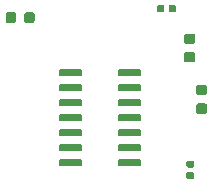
<source format=gbr>
G04 #@! TF.GenerationSoftware,KiCad,Pcbnew,5.1.5+dfsg1-2build2*
G04 #@! TF.CreationDate,2022-10-07T11:57:08+02:00*
G04 #@! TF.ProjectId,CMS_AmpliGBP,434d535f-416d-4706-9c69-4742502e6b69,rev?*
G04 #@! TF.SameCoordinates,Original*
G04 #@! TF.FileFunction,Paste,Top*
G04 #@! TF.FilePolarity,Positive*
%FSLAX46Y46*%
G04 Gerber Fmt 4.6, Leading zero omitted, Abs format (unit mm)*
G04 Created by KiCad (PCBNEW 5.1.5+dfsg1-2build2) date 2022-10-07 11:57:08*
%MOMM*%
%LPD*%
G04 APERTURE LIST*
%ADD10C,0.100000*%
G04 APERTURE END LIST*
D10*
G36*
X139355791Y-102345253D02*
G01*
X139377026Y-102348403D01*
X139397850Y-102353619D01*
X139418062Y-102360851D01*
X139437468Y-102370030D01*
X139455881Y-102381066D01*
X139473124Y-102393854D01*
X139489030Y-102408270D01*
X139503446Y-102424176D01*
X139516234Y-102441419D01*
X139527270Y-102459832D01*
X139536449Y-102479238D01*
X139543681Y-102499450D01*
X139548897Y-102520274D01*
X139552047Y-102541509D01*
X139553100Y-102562950D01*
X139553100Y-103075450D01*
X139552047Y-103096891D01*
X139548897Y-103118126D01*
X139543681Y-103138950D01*
X139536449Y-103159162D01*
X139527270Y-103178568D01*
X139516234Y-103196981D01*
X139503446Y-103214224D01*
X139489030Y-103230130D01*
X139473124Y-103244546D01*
X139455881Y-103257334D01*
X139437468Y-103268370D01*
X139418062Y-103277549D01*
X139397850Y-103284781D01*
X139377026Y-103289997D01*
X139355791Y-103293147D01*
X139334350Y-103294200D01*
X138896850Y-103294200D01*
X138875409Y-103293147D01*
X138854174Y-103289997D01*
X138833350Y-103284781D01*
X138813138Y-103277549D01*
X138793732Y-103268370D01*
X138775319Y-103257334D01*
X138758076Y-103244546D01*
X138742170Y-103230130D01*
X138727754Y-103214224D01*
X138714966Y-103196981D01*
X138703930Y-103178568D01*
X138694751Y-103159162D01*
X138687519Y-103138950D01*
X138682303Y-103118126D01*
X138679153Y-103096891D01*
X138678100Y-103075450D01*
X138678100Y-102562950D01*
X138679153Y-102541509D01*
X138682303Y-102520274D01*
X138687519Y-102499450D01*
X138694751Y-102479238D01*
X138703930Y-102459832D01*
X138714966Y-102441419D01*
X138727754Y-102424176D01*
X138742170Y-102408270D01*
X138758076Y-102393854D01*
X138775319Y-102381066D01*
X138793732Y-102370030D01*
X138813138Y-102360851D01*
X138833350Y-102353619D01*
X138854174Y-102348403D01*
X138875409Y-102345253D01*
X138896850Y-102344200D01*
X139334350Y-102344200D01*
X139355791Y-102345253D01*
G37*
G36*
X140930791Y-102345253D02*
G01*
X140952026Y-102348403D01*
X140972850Y-102353619D01*
X140993062Y-102360851D01*
X141012468Y-102370030D01*
X141030881Y-102381066D01*
X141048124Y-102393854D01*
X141064030Y-102408270D01*
X141078446Y-102424176D01*
X141091234Y-102441419D01*
X141102270Y-102459832D01*
X141111449Y-102479238D01*
X141118681Y-102499450D01*
X141123897Y-102520274D01*
X141127047Y-102541509D01*
X141128100Y-102562950D01*
X141128100Y-103075450D01*
X141127047Y-103096891D01*
X141123897Y-103118126D01*
X141118681Y-103138950D01*
X141111449Y-103159162D01*
X141102270Y-103178568D01*
X141091234Y-103196981D01*
X141078446Y-103214224D01*
X141064030Y-103230130D01*
X141048124Y-103244546D01*
X141030881Y-103257334D01*
X141012468Y-103268370D01*
X140993062Y-103277549D01*
X140972850Y-103284781D01*
X140952026Y-103289997D01*
X140930791Y-103293147D01*
X140909350Y-103294200D01*
X140471850Y-103294200D01*
X140450409Y-103293147D01*
X140429174Y-103289997D01*
X140408350Y-103284781D01*
X140388138Y-103277549D01*
X140368732Y-103268370D01*
X140350319Y-103257334D01*
X140333076Y-103244546D01*
X140317170Y-103230130D01*
X140302754Y-103214224D01*
X140289966Y-103196981D01*
X140278930Y-103178568D01*
X140269751Y-103159162D01*
X140262519Y-103138950D01*
X140257303Y-103118126D01*
X140254153Y-103096891D01*
X140253100Y-103075450D01*
X140253100Y-102562950D01*
X140254153Y-102541509D01*
X140257303Y-102520274D01*
X140262519Y-102499450D01*
X140269751Y-102479238D01*
X140278930Y-102459832D01*
X140289966Y-102441419D01*
X140302754Y-102424176D01*
X140317170Y-102408270D01*
X140333076Y-102393854D01*
X140350319Y-102381066D01*
X140368732Y-102370030D01*
X140388138Y-102360851D01*
X140408350Y-102353619D01*
X140429174Y-102348403D01*
X140450409Y-102345253D01*
X140471850Y-102344200D01*
X140909350Y-102344200D01*
X140930791Y-102345253D01*
G37*
G36*
X155547891Y-108503953D02*
G01*
X155569126Y-108507103D01*
X155589950Y-108512319D01*
X155610162Y-108519551D01*
X155629568Y-108528730D01*
X155647981Y-108539766D01*
X155665224Y-108552554D01*
X155681130Y-108566970D01*
X155695546Y-108582876D01*
X155708334Y-108600119D01*
X155719370Y-108618532D01*
X155728549Y-108637938D01*
X155735781Y-108658150D01*
X155740997Y-108678974D01*
X155744147Y-108700209D01*
X155745200Y-108721650D01*
X155745200Y-109159150D01*
X155744147Y-109180591D01*
X155740997Y-109201826D01*
X155735781Y-109222650D01*
X155728549Y-109242862D01*
X155719370Y-109262268D01*
X155708334Y-109280681D01*
X155695546Y-109297924D01*
X155681130Y-109313830D01*
X155665224Y-109328246D01*
X155647981Y-109341034D01*
X155629568Y-109352070D01*
X155610162Y-109361249D01*
X155589950Y-109368481D01*
X155569126Y-109373697D01*
X155547891Y-109376847D01*
X155526450Y-109377900D01*
X155013950Y-109377900D01*
X154992509Y-109376847D01*
X154971274Y-109373697D01*
X154950450Y-109368481D01*
X154930238Y-109361249D01*
X154910832Y-109352070D01*
X154892419Y-109341034D01*
X154875176Y-109328246D01*
X154859270Y-109313830D01*
X154844854Y-109297924D01*
X154832066Y-109280681D01*
X154821030Y-109262268D01*
X154811851Y-109242862D01*
X154804619Y-109222650D01*
X154799403Y-109201826D01*
X154796253Y-109180591D01*
X154795200Y-109159150D01*
X154795200Y-108721650D01*
X154796253Y-108700209D01*
X154799403Y-108678974D01*
X154804619Y-108658150D01*
X154811851Y-108637938D01*
X154821030Y-108618532D01*
X154832066Y-108600119D01*
X154844854Y-108582876D01*
X154859270Y-108566970D01*
X154875176Y-108552554D01*
X154892419Y-108539766D01*
X154910832Y-108528730D01*
X154930238Y-108519551D01*
X154950450Y-108512319D01*
X154971274Y-108507103D01*
X154992509Y-108503953D01*
X155013950Y-108502900D01*
X155526450Y-108502900D01*
X155547891Y-108503953D01*
G37*
G36*
X155547891Y-110078953D02*
G01*
X155569126Y-110082103D01*
X155589950Y-110087319D01*
X155610162Y-110094551D01*
X155629568Y-110103730D01*
X155647981Y-110114766D01*
X155665224Y-110127554D01*
X155681130Y-110141970D01*
X155695546Y-110157876D01*
X155708334Y-110175119D01*
X155719370Y-110193532D01*
X155728549Y-110212938D01*
X155735781Y-110233150D01*
X155740997Y-110253974D01*
X155744147Y-110275209D01*
X155745200Y-110296650D01*
X155745200Y-110734150D01*
X155744147Y-110755591D01*
X155740997Y-110776826D01*
X155735781Y-110797650D01*
X155728549Y-110817862D01*
X155719370Y-110837268D01*
X155708334Y-110855681D01*
X155695546Y-110872924D01*
X155681130Y-110888830D01*
X155665224Y-110903246D01*
X155647981Y-110916034D01*
X155629568Y-110927070D01*
X155610162Y-110936249D01*
X155589950Y-110943481D01*
X155569126Y-110948697D01*
X155547891Y-110951847D01*
X155526450Y-110952900D01*
X155013950Y-110952900D01*
X154992509Y-110951847D01*
X154971274Y-110948697D01*
X154950450Y-110943481D01*
X154930238Y-110936249D01*
X154910832Y-110927070D01*
X154892419Y-110916034D01*
X154875176Y-110903246D01*
X154859270Y-110888830D01*
X154844854Y-110872924D01*
X154832066Y-110855681D01*
X154821030Y-110837268D01*
X154811851Y-110817862D01*
X154804619Y-110797650D01*
X154799403Y-110776826D01*
X154796253Y-110755591D01*
X154795200Y-110734150D01*
X154795200Y-110296650D01*
X154796253Y-110275209D01*
X154799403Y-110253974D01*
X154804619Y-110233150D01*
X154811851Y-110212938D01*
X154821030Y-110193532D01*
X154832066Y-110175119D01*
X154844854Y-110157876D01*
X154859270Y-110141970D01*
X154875176Y-110127554D01*
X154892419Y-110114766D01*
X154910832Y-110103730D01*
X154930238Y-110094551D01*
X154950450Y-110087319D01*
X154971274Y-110082103D01*
X154992509Y-110078953D01*
X155013950Y-110077900D01*
X155526450Y-110077900D01*
X155547891Y-110078953D01*
G37*
G36*
X154491958Y-115890110D02*
G01*
X154506276Y-115892234D01*
X154520317Y-115895751D01*
X154533946Y-115900628D01*
X154547031Y-115906817D01*
X154559447Y-115914258D01*
X154571073Y-115922881D01*
X154581798Y-115932602D01*
X154591519Y-115943327D01*
X154600142Y-115954953D01*
X154607583Y-115967369D01*
X154613772Y-115980454D01*
X154618649Y-115994083D01*
X154622166Y-116008124D01*
X154624290Y-116022442D01*
X154625000Y-116036900D01*
X154625000Y-116331900D01*
X154624290Y-116346358D01*
X154622166Y-116360676D01*
X154618649Y-116374717D01*
X154613772Y-116388346D01*
X154607583Y-116401431D01*
X154600142Y-116413847D01*
X154591519Y-116425473D01*
X154581798Y-116436198D01*
X154571073Y-116445919D01*
X154559447Y-116454542D01*
X154547031Y-116461983D01*
X154533946Y-116468172D01*
X154520317Y-116473049D01*
X154506276Y-116476566D01*
X154491958Y-116478690D01*
X154477500Y-116479400D01*
X154132500Y-116479400D01*
X154118042Y-116478690D01*
X154103724Y-116476566D01*
X154089683Y-116473049D01*
X154076054Y-116468172D01*
X154062969Y-116461983D01*
X154050553Y-116454542D01*
X154038927Y-116445919D01*
X154028202Y-116436198D01*
X154018481Y-116425473D01*
X154009858Y-116413847D01*
X154002417Y-116401431D01*
X153996228Y-116388346D01*
X153991351Y-116374717D01*
X153987834Y-116360676D01*
X153985710Y-116346358D01*
X153985000Y-116331900D01*
X153985000Y-116036900D01*
X153985710Y-116022442D01*
X153987834Y-116008124D01*
X153991351Y-115994083D01*
X153996228Y-115980454D01*
X154002417Y-115967369D01*
X154009858Y-115954953D01*
X154018481Y-115943327D01*
X154028202Y-115932602D01*
X154038927Y-115922881D01*
X154050553Y-115914258D01*
X154062969Y-115906817D01*
X154076054Y-115900628D01*
X154089683Y-115895751D01*
X154103724Y-115892234D01*
X154118042Y-115890110D01*
X154132500Y-115889400D01*
X154477500Y-115889400D01*
X154491958Y-115890110D01*
G37*
G36*
X154491958Y-114920110D02*
G01*
X154506276Y-114922234D01*
X154520317Y-114925751D01*
X154533946Y-114930628D01*
X154547031Y-114936817D01*
X154559447Y-114944258D01*
X154571073Y-114952881D01*
X154581798Y-114962602D01*
X154591519Y-114973327D01*
X154600142Y-114984953D01*
X154607583Y-114997369D01*
X154613772Y-115010454D01*
X154618649Y-115024083D01*
X154622166Y-115038124D01*
X154624290Y-115052442D01*
X154625000Y-115066900D01*
X154625000Y-115361900D01*
X154624290Y-115376358D01*
X154622166Y-115390676D01*
X154618649Y-115404717D01*
X154613772Y-115418346D01*
X154607583Y-115431431D01*
X154600142Y-115443847D01*
X154591519Y-115455473D01*
X154581798Y-115466198D01*
X154571073Y-115475919D01*
X154559447Y-115484542D01*
X154547031Y-115491983D01*
X154533946Y-115498172D01*
X154520317Y-115503049D01*
X154506276Y-115506566D01*
X154491958Y-115508690D01*
X154477500Y-115509400D01*
X154132500Y-115509400D01*
X154118042Y-115508690D01*
X154103724Y-115506566D01*
X154089683Y-115503049D01*
X154076054Y-115498172D01*
X154062969Y-115491983D01*
X154050553Y-115484542D01*
X154038927Y-115475919D01*
X154028202Y-115466198D01*
X154018481Y-115455473D01*
X154009858Y-115443847D01*
X154002417Y-115431431D01*
X153996228Y-115418346D01*
X153991351Y-115404717D01*
X153987834Y-115390676D01*
X153985710Y-115376358D01*
X153985000Y-115361900D01*
X153985000Y-115066900D01*
X153985710Y-115052442D01*
X153987834Y-115038124D01*
X153991351Y-115024083D01*
X153996228Y-115010454D01*
X154002417Y-114997369D01*
X154009858Y-114984953D01*
X154018481Y-114973327D01*
X154028202Y-114962602D01*
X154038927Y-114952881D01*
X154050553Y-114944258D01*
X154062969Y-114936817D01*
X154076054Y-114930628D01*
X154089683Y-114925751D01*
X154103724Y-114922234D01*
X154118042Y-114920110D01*
X154132500Y-114919400D01*
X154477500Y-114919400D01*
X154491958Y-114920110D01*
G37*
G36*
X154531891Y-104160553D02*
G01*
X154553126Y-104163703D01*
X154573950Y-104168919D01*
X154594162Y-104176151D01*
X154613568Y-104185330D01*
X154631981Y-104196366D01*
X154649224Y-104209154D01*
X154665130Y-104223570D01*
X154679546Y-104239476D01*
X154692334Y-104256719D01*
X154703370Y-104275132D01*
X154712549Y-104294538D01*
X154719781Y-104314750D01*
X154724997Y-104335574D01*
X154728147Y-104356809D01*
X154729200Y-104378250D01*
X154729200Y-104815750D01*
X154728147Y-104837191D01*
X154724997Y-104858426D01*
X154719781Y-104879250D01*
X154712549Y-104899462D01*
X154703370Y-104918868D01*
X154692334Y-104937281D01*
X154679546Y-104954524D01*
X154665130Y-104970430D01*
X154649224Y-104984846D01*
X154631981Y-104997634D01*
X154613568Y-105008670D01*
X154594162Y-105017849D01*
X154573950Y-105025081D01*
X154553126Y-105030297D01*
X154531891Y-105033447D01*
X154510450Y-105034500D01*
X153997950Y-105034500D01*
X153976509Y-105033447D01*
X153955274Y-105030297D01*
X153934450Y-105025081D01*
X153914238Y-105017849D01*
X153894832Y-105008670D01*
X153876419Y-104997634D01*
X153859176Y-104984846D01*
X153843270Y-104970430D01*
X153828854Y-104954524D01*
X153816066Y-104937281D01*
X153805030Y-104918868D01*
X153795851Y-104899462D01*
X153788619Y-104879250D01*
X153783403Y-104858426D01*
X153780253Y-104837191D01*
X153779200Y-104815750D01*
X153779200Y-104378250D01*
X153780253Y-104356809D01*
X153783403Y-104335574D01*
X153788619Y-104314750D01*
X153795851Y-104294538D01*
X153805030Y-104275132D01*
X153816066Y-104256719D01*
X153828854Y-104239476D01*
X153843270Y-104223570D01*
X153859176Y-104209154D01*
X153876419Y-104196366D01*
X153894832Y-104185330D01*
X153914238Y-104176151D01*
X153934450Y-104168919D01*
X153955274Y-104163703D01*
X153976509Y-104160553D01*
X153997950Y-104159500D01*
X154510450Y-104159500D01*
X154531891Y-104160553D01*
G37*
G36*
X154531891Y-105735553D02*
G01*
X154553126Y-105738703D01*
X154573950Y-105743919D01*
X154594162Y-105751151D01*
X154613568Y-105760330D01*
X154631981Y-105771366D01*
X154649224Y-105784154D01*
X154665130Y-105798570D01*
X154679546Y-105814476D01*
X154692334Y-105831719D01*
X154703370Y-105850132D01*
X154712549Y-105869538D01*
X154719781Y-105889750D01*
X154724997Y-105910574D01*
X154728147Y-105931809D01*
X154729200Y-105953250D01*
X154729200Y-106390750D01*
X154728147Y-106412191D01*
X154724997Y-106433426D01*
X154719781Y-106454250D01*
X154712549Y-106474462D01*
X154703370Y-106493868D01*
X154692334Y-106512281D01*
X154679546Y-106529524D01*
X154665130Y-106545430D01*
X154649224Y-106559846D01*
X154631981Y-106572634D01*
X154613568Y-106583670D01*
X154594162Y-106592849D01*
X154573950Y-106600081D01*
X154553126Y-106605297D01*
X154531891Y-106608447D01*
X154510450Y-106609500D01*
X153997950Y-106609500D01*
X153976509Y-106608447D01*
X153955274Y-106605297D01*
X153934450Y-106600081D01*
X153914238Y-106592849D01*
X153894832Y-106583670D01*
X153876419Y-106572634D01*
X153859176Y-106559846D01*
X153843270Y-106545430D01*
X153828854Y-106529524D01*
X153816066Y-106512281D01*
X153805030Y-106493868D01*
X153795851Y-106474462D01*
X153788619Y-106454250D01*
X153783403Y-106433426D01*
X153780253Y-106412191D01*
X153779200Y-106390750D01*
X153779200Y-105953250D01*
X153780253Y-105931809D01*
X153783403Y-105910574D01*
X153788619Y-105889750D01*
X153795851Y-105869538D01*
X153805030Y-105850132D01*
X153816066Y-105831719D01*
X153828854Y-105814476D01*
X153843270Y-105798570D01*
X153859176Y-105784154D01*
X153876419Y-105771366D01*
X153894832Y-105760330D01*
X153914238Y-105751151D01*
X153934450Y-105743919D01*
X153955274Y-105738703D01*
X153976509Y-105735553D01*
X153997950Y-105734500D01*
X154510450Y-105734500D01*
X154531891Y-105735553D01*
G37*
G36*
X152942958Y-101737910D02*
G01*
X152957276Y-101740034D01*
X152971317Y-101743551D01*
X152984946Y-101748428D01*
X152998031Y-101754617D01*
X153010447Y-101762058D01*
X153022073Y-101770681D01*
X153032798Y-101780402D01*
X153042519Y-101791127D01*
X153051142Y-101802753D01*
X153058583Y-101815169D01*
X153064772Y-101828254D01*
X153069649Y-101841883D01*
X153073166Y-101855924D01*
X153075290Y-101870242D01*
X153076000Y-101884700D01*
X153076000Y-102229700D01*
X153075290Y-102244158D01*
X153073166Y-102258476D01*
X153069649Y-102272517D01*
X153064772Y-102286146D01*
X153058583Y-102299231D01*
X153051142Y-102311647D01*
X153042519Y-102323273D01*
X153032798Y-102333998D01*
X153022073Y-102343719D01*
X153010447Y-102352342D01*
X152998031Y-102359783D01*
X152984946Y-102365972D01*
X152971317Y-102370849D01*
X152957276Y-102374366D01*
X152942958Y-102376490D01*
X152928500Y-102377200D01*
X152633500Y-102377200D01*
X152619042Y-102376490D01*
X152604724Y-102374366D01*
X152590683Y-102370849D01*
X152577054Y-102365972D01*
X152563969Y-102359783D01*
X152551553Y-102352342D01*
X152539927Y-102343719D01*
X152529202Y-102333998D01*
X152519481Y-102323273D01*
X152510858Y-102311647D01*
X152503417Y-102299231D01*
X152497228Y-102286146D01*
X152492351Y-102272517D01*
X152488834Y-102258476D01*
X152486710Y-102244158D01*
X152486000Y-102229700D01*
X152486000Y-101884700D01*
X152486710Y-101870242D01*
X152488834Y-101855924D01*
X152492351Y-101841883D01*
X152497228Y-101828254D01*
X152503417Y-101815169D01*
X152510858Y-101802753D01*
X152519481Y-101791127D01*
X152529202Y-101780402D01*
X152539927Y-101770681D01*
X152551553Y-101762058D01*
X152563969Y-101754617D01*
X152577054Y-101748428D01*
X152590683Y-101743551D01*
X152604724Y-101740034D01*
X152619042Y-101737910D01*
X152633500Y-101737200D01*
X152928500Y-101737200D01*
X152942958Y-101737910D01*
G37*
G36*
X151972958Y-101737910D02*
G01*
X151987276Y-101740034D01*
X152001317Y-101743551D01*
X152014946Y-101748428D01*
X152028031Y-101754617D01*
X152040447Y-101762058D01*
X152052073Y-101770681D01*
X152062798Y-101780402D01*
X152072519Y-101791127D01*
X152081142Y-101802753D01*
X152088583Y-101815169D01*
X152094772Y-101828254D01*
X152099649Y-101841883D01*
X152103166Y-101855924D01*
X152105290Y-101870242D01*
X152106000Y-101884700D01*
X152106000Y-102229700D01*
X152105290Y-102244158D01*
X152103166Y-102258476D01*
X152099649Y-102272517D01*
X152094772Y-102286146D01*
X152088583Y-102299231D01*
X152081142Y-102311647D01*
X152072519Y-102323273D01*
X152062798Y-102333998D01*
X152052073Y-102343719D01*
X152040447Y-102352342D01*
X152028031Y-102359783D01*
X152014946Y-102365972D01*
X152001317Y-102370849D01*
X151987276Y-102374366D01*
X151972958Y-102376490D01*
X151958500Y-102377200D01*
X151663500Y-102377200D01*
X151649042Y-102376490D01*
X151634724Y-102374366D01*
X151620683Y-102370849D01*
X151607054Y-102365972D01*
X151593969Y-102359783D01*
X151581553Y-102352342D01*
X151569927Y-102343719D01*
X151559202Y-102333998D01*
X151549481Y-102323273D01*
X151540858Y-102311647D01*
X151533417Y-102299231D01*
X151527228Y-102286146D01*
X151522351Y-102272517D01*
X151518834Y-102258476D01*
X151516710Y-102244158D01*
X151516000Y-102229700D01*
X151516000Y-101884700D01*
X151516710Y-101870242D01*
X151518834Y-101855924D01*
X151522351Y-101841883D01*
X151527228Y-101828254D01*
X151533417Y-101815169D01*
X151540858Y-101802753D01*
X151549481Y-101791127D01*
X151559202Y-101780402D01*
X151569927Y-101770681D01*
X151581553Y-101762058D01*
X151593969Y-101754617D01*
X151607054Y-101748428D01*
X151620683Y-101743551D01*
X151634724Y-101740034D01*
X151649042Y-101737910D01*
X151663500Y-101737200D01*
X151958500Y-101737200D01*
X151972958Y-101737910D01*
G37*
G36*
X145029704Y-107193522D02*
G01*
X145044265Y-107195682D01*
X145058544Y-107199259D01*
X145072404Y-107204218D01*
X145085711Y-107210512D01*
X145098337Y-107218080D01*
X145110160Y-107226848D01*
X145121067Y-107236734D01*
X145130953Y-107247641D01*
X145139721Y-107259464D01*
X145147289Y-107272090D01*
X145153583Y-107285397D01*
X145158542Y-107299257D01*
X145162119Y-107313536D01*
X145164279Y-107328097D01*
X145165001Y-107342800D01*
X145165001Y-107642800D01*
X145164279Y-107657503D01*
X145162119Y-107672064D01*
X145158542Y-107686343D01*
X145153583Y-107700203D01*
X145147289Y-107713510D01*
X145139721Y-107726136D01*
X145130953Y-107737959D01*
X145121067Y-107748866D01*
X145110160Y-107758752D01*
X145098337Y-107767520D01*
X145085711Y-107775088D01*
X145072404Y-107781382D01*
X145058544Y-107786341D01*
X145044265Y-107789918D01*
X145029704Y-107792078D01*
X145015001Y-107792800D01*
X143365001Y-107792800D01*
X143350298Y-107792078D01*
X143335737Y-107789918D01*
X143321458Y-107786341D01*
X143307598Y-107781382D01*
X143294291Y-107775088D01*
X143281665Y-107767520D01*
X143269842Y-107758752D01*
X143258935Y-107748866D01*
X143249049Y-107737959D01*
X143240281Y-107726136D01*
X143232713Y-107713510D01*
X143226419Y-107700203D01*
X143221460Y-107686343D01*
X143217883Y-107672064D01*
X143215723Y-107657503D01*
X143215001Y-107642800D01*
X143215001Y-107342800D01*
X143215723Y-107328097D01*
X143217883Y-107313536D01*
X143221460Y-107299257D01*
X143226419Y-107285397D01*
X143232713Y-107272090D01*
X143240281Y-107259464D01*
X143249049Y-107247641D01*
X143258935Y-107236734D01*
X143269842Y-107226848D01*
X143281665Y-107218080D01*
X143294291Y-107210512D01*
X143307598Y-107204218D01*
X143321458Y-107199259D01*
X143335737Y-107195682D01*
X143350298Y-107193522D01*
X143365001Y-107192800D01*
X145015001Y-107192800D01*
X145029704Y-107193522D01*
G37*
G36*
X145029704Y-108463522D02*
G01*
X145044265Y-108465682D01*
X145058544Y-108469259D01*
X145072404Y-108474218D01*
X145085711Y-108480512D01*
X145098337Y-108488080D01*
X145110160Y-108496848D01*
X145121067Y-108506734D01*
X145130953Y-108517641D01*
X145139721Y-108529464D01*
X145147289Y-108542090D01*
X145153583Y-108555397D01*
X145158542Y-108569257D01*
X145162119Y-108583536D01*
X145164279Y-108598097D01*
X145165001Y-108612800D01*
X145165001Y-108912800D01*
X145164279Y-108927503D01*
X145162119Y-108942064D01*
X145158542Y-108956343D01*
X145153583Y-108970203D01*
X145147289Y-108983510D01*
X145139721Y-108996136D01*
X145130953Y-109007959D01*
X145121067Y-109018866D01*
X145110160Y-109028752D01*
X145098337Y-109037520D01*
X145085711Y-109045088D01*
X145072404Y-109051382D01*
X145058544Y-109056341D01*
X145044265Y-109059918D01*
X145029704Y-109062078D01*
X145015001Y-109062800D01*
X143365001Y-109062800D01*
X143350298Y-109062078D01*
X143335737Y-109059918D01*
X143321458Y-109056341D01*
X143307598Y-109051382D01*
X143294291Y-109045088D01*
X143281665Y-109037520D01*
X143269842Y-109028752D01*
X143258935Y-109018866D01*
X143249049Y-109007959D01*
X143240281Y-108996136D01*
X143232713Y-108983510D01*
X143226419Y-108970203D01*
X143221460Y-108956343D01*
X143217883Y-108942064D01*
X143215723Y-108927503D01*
X143215001Y-108912800D01*
X143215001Y-108612800D01*
X143215723Y-108598097D01*
X143217883Y-108583536D01*
X143221460Y-108569257D01*
X143226419Y-108555397D01*
X143232713Y-108542090D01*
X143240281Y-108529464D01*
X143249049Y-108517641D01*
X143258935Y-108506734D01*
X143269842Y-108496848D01*
X143281665Y-108488080D01*
X143294291Y-108480512D01*
X143307598Y-108474218D01*
X143321458Y-108469259D01*
X143335737Y-108465682D01*
X143350298Y-108463522D01*
X143365001Y-108462800D01*
X145015001Y-108462800D01*
X145029704Y-108463522D01*
G37*
G36*
X145029704Y-109733522D02*
G01*
X145044265Y-109735682D01*
X145058544Y-109739259D01*
X145072404Y-109744218D01*
X145085711Y-109750512D01*
X145098337Y-109758080D01*
X145110160Y-109766848D01*
X145121067Y-109776734D01*
X145130953Y-109787641D01*
X145139721Y-109799464D01*
X145147289Y-109812090D01*
X145153583Y-109825397D01*
X145158542Y-109839257D01*
X145162119Y-109853536D01*
X145164279Y-109868097D01*
X145165001Y-109882800D01*
X145165001Y-110182800D01*
X145164279Y-110197503D01*
X145162119Y-110212064D01*
X145158542Y-110226343D01*
X145153583Y-110240203D01*
X145147289Y-110253510D01*
X145139721Y-110266136D01*
X145130953Y-110277959D01*
X145121067Y-110288866D01*
X145110160Y-110298752D01*
X145098337Y-110307520D01*
X145085711Y-110315088D01*
X145072404Y-110321382D01*
X145058544Y-110326341D01*
X145044265Y-110329918D01*
X145029704Y-110332078D01*
X145015001Y-110332800D01*
X143365001Y-110332800D01*
X143350298Y-110332078D01*
X143335737Y-110329918D01*
X143321458Y-110326341D01*
X143307598Y-110321382D01*
X143294291Y-110315088D01*
X143281665Y-110307520D01*
X143269842Y-110298752D01*
X143258935Y-110288866D01*
X143249049Y-110277959D01*
X143240281Y-110266136D01*
X143232713Y-110253510D01*
X143226419Y-110240203D01*
X143221460Y-110226343D01*
X143217883Y-110212064D01*
X143215723Y-110197503D01*
X143215001Y-110182800D01*
X143215001Y-109882800D01*
X143215723Y-109868097D01*
X143217883Y-109853536D01*
X143221460Y-109839257D01*
X143226419Y-109825397D01*
X143232713Y-109812090D01*
X143240281Y-109799464D01*
X143249049Y-109787641D01*
X143258935Y-109776734D01*
X143269842Y-109766848D01*
X143281665Y-109758080D01*
X143294291Y-109750512D01*
X143307598Y-109744218D01*
X143321458Y-109739259D01*
X143335737Y-109735682D01*
X143350298Y-109733522D01*
X143365001Y-109732800D01*
X145015001Y-109732800D01*
X145029704Y-109733522D01*
G37*
G36*
X145029704Y-111003522D02*
G01*
X145044265Y-111005682D01*
X145058544Y-111009259D01*
X145072404Y-111014218D01*
X145085711Y-111020512D01*
X145098337Y-111028080D01*
X145110160Y-111036848D01*
X145121067Y-111046734D01*
X145130953Y-111057641D01*
X145139721Y-111069464D01*
X145147289Y-111082090D01*
X145153583Y-111095397D01*
X145158542Y-111109257D01*
X145162119Y-111123536D01*
X145164279Y-111138097D01*
X145165001Y-111152800D01*
X145165001Y-111452800D01*
X145164279Y-111467503D01*
X145162119Y-111482064D01*
X145158542Y-111496343D01*
X145153583Y-111510203D01*
X145147289Y-111523510D01*
X145139721Y-111536136D01*
X145130953Y-111547959D01*
X145121067Y-111558866D01*
X145110160Y-111568752D01*
X145098337Y-111577520D01*
X145085711Y-111585088D01*
X145072404Y-111591382D01*
X145058544Y-111596341D01*
X145044265Y-111599918D01*
X145029704Y-111602078D01*
X145015001Y-111602800D01*
X143365001Y-111602800D01*
X143350298Y-111602078D01*
X143335737Y-111599918D01*
X143321458Y-111596341D01*
X143307598Y-111591382D01*
X143294291Y-111585088D01*
X143281665Y-111577520D01*
X143269842Y-111568752D01*
X143258935Y-111558866D01*
X143249049Y-111547959D01*
X143240281Y-111536136D01*
X143232713Y-111523510D01*
X143226419Y-111510203D01*
X143221460Y-111496343D01*
X143217883Y-111482064D01*
X143215723Y-111467503D01*
X143215001Y-111452800D01*
X143215001Y-111152800D01*
X143215723Y-111138097D01*
X143217883Y-111123536D01*
X143221460Y-111109257D01*
X143226419Y-111095397D01*
X143232713Y-111082090D01*
X143240281Y-111069464D01*
X143249049Y-111057641D01*
X143258935Y-111046734D01*
X143269842Y-111036848D01*
X143281665Y-111028080D01*
X143294291Y-111020512D01*
X143307598Y-111014218D01*
X143321458Y-111009259D01*
X143335737Y-111005682D01*
X143350298Y-111003522D01*
X143365001Y-111002800D01*
X145015001Y-111002800D01*
X145029704Y-111003522D01*
G37*
G36*
X145029704Y-112273522D02*
G01*
X145044265Y-112275682D01*
X145058544Y-112279259D01*
X145072404Y-112284218D01*
X145085711Y-112290512D01*
X145098337Y-112298080D01*
X145110160Y-112306848D01*
X145121067Y-112316734D01*
X145130953Y-112327641D01*
X145139721Y-112339464D01*
X145147289Y-112352090D01*
X145153583Y-112365397D01*
X145158542Y-112379257D01*
X145162119Y-112393536D01*
X145164279Y-112408097D01*
X145165001Y-112422800D01*
X145165001Y-112722800D01*
X145164279Y-112737503D01*
X145162119Y-112752064D01*
X145158542Y-112766343D01*
X145153583Y-112780203D01*
X145147289Y-112793510D01*
X145139721Y-112806136D01*
X145130953Y-112817959D01*
X145121067Y-112828866D01*
X145110160Y-112838752D01*
X145098337Y-112847520D01*
X145085711Y-112855088D01*
X145072404Y-112861382D01*
X145058544Y-112866341D01*
X145044265Y-112869918D01*
X145029704Y-112872078D01*
X145015001Y-112872800D01*
X143365001Y-112872800D01*
X143350298Y-112872078D01*
X143335737Y-112869918D01*
X143321458Y-112866341D01*
X143307598Y-112861382D01*
X143294291Y-112855088D01*
X143281665Y-112847520D01*
X143269842Y-112838752D01*
X143258935Y-112828866D01*
X143249049Y-112817959D01*
X143240281Y-112806136D01*
X143232713Y-112793510D01*
X143226419Y-112780203D01*
X143221460Y-112766343D01*
X143217883Y-112752064D01*
X143215723Y-112737503D01*
X143215001Y-112722800D01*
X143215001Y-112422800D01*
X143215723Y-112408097D01*
X143217883Y-112393536D01*
X143221460Y-112379257D01*
X143226419Y-112365397D01*
X143232713Y-112352090D01*
X143240281Y-112339464D01*
X143249049Y-112327641D01*
X143258935Y-112316734D01*
X143269842Y-112306848D01*
X143281665Y-112298080D01*
X143294291Y-112290512D01*
X143307598Y-112284218D01*
X143321458Y-112279259D01*
X143335737Y-112275682D01*
X143350298Y-112273522D01*
X143365001Y-112272800D01*
X145015001Y-112272800D01*
X145029704Y-112273522D01*
G37*
G36*
X145029704Y-113543522D02*
G01*
X145044265Y-113545682D01*
X145058544Y-113549259D01*
X145072404Y-113554218D01*
X145085711Y-113560512D01*
X145098337Y-113568080D01*
X145110160Y-113576848D01*
X145121067Y-113586734D01*
X145130953Y-113597641D01*
X145139721Y-113609464D01*
X145147289Y-113622090D01*
X145153583Y-113635397D01*
X145158542Y-113649257D01*
X145162119Y-113663536D01*
X145164279Y-113678097D01*
X145165001Y-113692800D01*
X145165001Y-113992800D01*
X145164279Y-114007503D01*
X145162119Y-114022064D01*
X145158542Y-114036343D01*
X145153583Y-114050203D01*
X145147289Y-114063510D01*
X145139721Y-114076136D01*
X145130953Y-114087959D01*
X145121067Y-114098866D01*
X145110160Y-114108752D01*
X145098337Y-114117520D01*
X145085711Y-114125088D01*
X145072404Y-114131382D01*
X145058544Y-114136341D01*
X145044265Y-114139918D01*
X145029704Y-114142078D01*
X145015001Y-114142800D01*
X143365001Y-114142800D01*
X143350298Y-114142078D01*
X143335737Y-114139918D01*
X143321458Y-114136341D01*
X143307598Y-114131382D01*
X143294291Y-114125088D01*
X143281665Y-114117520D01*
X143269842Y-114108752D01*
X143258935Y-114098866D01*
X143249049Y-114087959D01*
X143240281Y-114076136D01*
X143232713Y-114063510D01*
X143226419Y-114050203D01*
X143221460Y-114036343D01*
X143217883Y-114022064D01*
X143215723Y-114007503D01*
X143215001Y-113992800D01*
X143215001Y-113692800D01*
X143215723Y-113678097D01*
X143217883Y-113663536D01*
X143221460Y-113649257D01*
X143226419Y-113635397D01*
X143232713Y-113622090D01*
X143240281Y-113609464D01*
X143249049Y-113597641D01*
X143258935Y-113586734D01*
X143269842Y-113576848D01*
X143281665Y-113568080D01*
X143294291Y-113560512D01*
X143307598Y-113554218D01*
X143321458Y-113549259D01*
X143335737Y-113545682D01*
X143350298Y-113543522D01*
X143365001Y-113542800D01*
X145015001Y-113542800D01*
X145029704Y-113543522D01*
G37*
G36*
X145029704Y-114813522D02*
G01*
X145044265Y-114815682D01*
X145058544Y-114819259D01*
X145072404Y-114824218D01*
X145085711Y-114830512D01*
X145098337Y-114838080D01*
X145110160Y-114846848D01*
X145121067Y-114856734D01*
X145130953Y-114867641D01*
X145139721Y-114879464D01*
X145147289Y-114892090D01*
X145153583Y-114905397D01*
X145158542Y-114919257D01*
X145162119Y-114933536D01*
X145164279Y-114948097D01*
X145165001Y-114962800D01*
X145165001Y-115262800D01*
X145164279Y-115277503D01*
X145162119Y-115292064D01*
X145158542Y-115306343D01*
X145153583Y-115320203D01*
X145147289Y-115333510D01*
X145139721Y-115346136D01*
X145130953Y-115357959D01*
X145121067Y-115368866D01*
X145110160Y-115378752D01*
X145098337Y-115387520D01*
X145085711Y-115395088D01*
X145072404Y-115401382D01*
X145058544Y-115406341D01*
X145044265Y-115409918D01*
X145029704Y-115412078D01*
X145015001Y-115412800D01*
X143365001Y-115412800D01*
X143350298Y-115412078D01*
X143335737Y-115409918D01*
X143321458Y-115406341D01*
X143307598Y-115401382D01*
X143294291Y-115395088D01*
X143281665Y-115387520D01*
X143269842Y-115378752D01*
X143258935Y-115368866D01*
X143249049Y-115357959D01*
X143240281Y-115346136D01*
X143232713Y-115333510D01*
X143226419Y-115320203D01*
X143221460Y-115306343D01*
X143217883Y-115292064D01*
X143215723Y-115277503D01*
X143215001Y-115262800D01*
X143215001Y-114962800D01*
X143215723Y-114948097D01*
X143217883Y-114933536D01*
X143221460Y-114919257D01*
X143226419Y-114905397D01*
X143232713Y-114892090D01*
X143240281Y-114879464D01*
X143249049Y-114867641D01*
X143258935Y-114856734D01*
X143269842Y-114846848D01*
X143281665Y-114838080D01*
X143294291Y-114830512D01*
X143307598Y-114824218D01*
X143321458Y-114819259D01*
X143335737Y-114815682D01*
X143350298Y-114813522D01*
X143365001Y-114812800D01*
X145015001Y-114812800D01*
X145029704Y-114813522D01*
G37*
G36*
X149979704Y-114813522D02*
G01*
X149994265Y-114815682D01*
X150008544Y-114819259D01*
X150022404Y-114824218D01*
X150035711Y-114830512D01*
X150048337Y-114838080D01*
X150060160Y-114846848D01*
X150071067Y-114856734D01*
X150080953Y-114867641D01*
X150089721Y-114879464D01*
X150097289Y-114892090D01*
X150103583Y-114905397D01*
X150108542Y-114919257D01*
X150112119Y-114933536D01*
X150114279Y-114948097D01*
X150115001Y-114962800D01*
X150115001Y-115262800D01*
X150114279Y-115277503D01*
X150112119Y-115292064D01*
X150108542Y-115306343D01*
X150103583Y-115320203D01*
X150097289Y-115333510D01*
X150089721Y-115346136D01*
X150080953Y-115357959D01*
X150071067Y-115368866D01*
X150060160Y-115378752D01*
X150048337Y-115387520D01*
X150035711Y-115395088D01*
X150022404Y-115401382D01*
X150008544Y-115406341D01*
X149994265Y-115409918D01*
X149979704Y-115412078D01*
X149965001Y-115412800D01*
X148315001Y-115412800D01*
X148300298Y-115412078D01*
X148285737Y-115409918D01*
X148271458Y-115406341D01*
X148257598Y-115401382D01*
X148244291Y-115395088D01*
X148231665Y-115387520D01*
X148219842Y-115378752D01*
X148208935Y-115368866D01*
X148199049Y-115357959D01*
X148190281Y-115346136D01*
X148182713Y-115333510D01*
X148176419Y-115320203D01*
X148171460Y-115306343D01*
X148167883Y-115292064D01*
X148165723Y-115277503D01*
X148165001Y-115262800D01*
X148165001Y-114962800D01*
X148165723Y-114948097D01*
X148167883Y-114933536D01*
X148171460Y-114919257D01*
X148176419Y-114905397D01*
X148182713Y-114892090D01*
X148190281Y-114879464D01*
X148199049Y-114867641D01*
X148208935Y-114856734D01*
X148219842Y-114846848D01*
X148231665Y-114838080D01*
X148244291Y-114830512D01*
X148257598Y-114824218D01*
X148271458Y-114819259D01*
X148285737Y-114815682D01*
X148300298Y-114813522D01*
X148315001Y-114812800D01*
X149965001Y-114812800D01*
X149979704Y-114813522D01*
G37*
G36*
X149979704Y-113543522D02*
G01*
X149994265Y-113545682D01*
X150008544Y-113549259D01*
X150022404Y-113554218D01*
X150035711Y-113560512D01*
X150048337Y-113568080D01*
X150060160Y-113576848D01*
X150071067Y-113586734D01*
X150080953Y-113597641D01*
X150089721Y-113609464D01*
X150097289Y-113622090D01*
X150103583Y-113635397D01*
X150108542Y-113649257D01*
X150112119Y-113663536D01*
X150114279Y-113678097D01*
X150115001Y-113692800D01*
X150115001Y-113992800D01*
X150114279Y-114007503D01*
X150112119Y-114022064D01*
X150108542Y-114036343D01*
X150103583Y-114050203D01*
X150097289Y-114063510D01*
X150089721Y-114076136D01*
X150080953Y-114087959D01*
X150071067Y-114098866D01*
X150060160Y-114108752D01*
X150048337Y-114117520D01*
X150035711Y-114125088D01*
X150022404Y-114131382D01*
X150008544Y-114136341D01*
X149994265Y-114139918D01*
X149979704Y-114142078D01*
X149965001Y-114142800D01*
X148315001Y-114142800D01*
X148300298Y-114142078D01*
X148285737Y-114139918D01*
X148271458Y-114136341D01*
X148257598Y-114131382D01*
X148244291Y-114125088D01*
X148231665Y-114117520D01*
X148219842Y-114108752D01*
X148208935Y-114098866D01*
X148199049Y-114087959D01*
X148190281Y-114076136D01*
X148182713Y-114063510D01*
X148176419Y-114050203D01*
X148171460Y-114036343D01*
X148167883Y-114022064D01*
X148165723Y-114007503D01*
X148165001Y-113992800D01*
X148165001Y-113692800D01*
X148165723Y-113678097D01*
X148167883Y-113663536D01*
X148171460Y-113649257D01*
X148176419Y-113635397D01*
X148182713Y-113622090D01*
X148190281Y-113609464D01*
X148199049Y-113597641D01*
X148208935Y-113586734D01*
X148219842Y-113576848D01*
X148231665Y-113568080D01*
X148244291Y-113560512D01*
X148257598Y-113554218D01*
X148271458Y-113549259D01*
X148285737Y-113545682D01*
X148300298Y-113543522D01*
X148315001Y-113542800D01*
X149965001Y-113542800D01*
X149979704Y-113543522D01*
G37*
G36*
X149979704Y-112273522D02*
G01*
X149994265Y-112275682D01*
X150008544Y-112279259D01*
X150022404Y-112284218D01*
X150035711Y-112290512D01*
X150048337Y-112298080D01*
X150060160Y-112306848D01*
X150071067Y-112316734D01*
X150080953Y-112327641D01*
X150089721Y-112339464D01*
X150097289Y-112352090D01*
X150103583Y-112365397D01*
X150108542Y-112379257D01*
X150112119Y-112393536D01*
X150114279Y-112408097D01*
X150115001Y-112422800D01*
X150115001Y-112722800D01*
X150114279Y-112737503D01*
X150112119Y-112752064D01*
X150108542Y-112766343D01*
X150103583Y-112780203D01*
X150097289Y-112793510D01*
X150089721Y-112806136D01*
X150080953Y-112817959D01*
X150071067Y-112828866D01*
X150060160Y-112838752D01*
X150048337Y-112847520D01*
X150035711Y-112855088D01*
X150022404Y-112861382D01*
X150008544Y-112866341D01*
X149994265Y-112869918D01*
X149979704Y-112872078D01*
X149965001Y-112872800D01*
X148315001Y-112872800D01*
X148300298Y-112872078D01*
X148285737Y-112869918D01*
X148271458Y-112866341D01*
X148257598Y-112861382D01*
X148244291Y-112855088D01*
X148231665Y-112847520D01*
X148219842Y-112838752D01*
X148208935Y-112828866D01*
X148199049Y-112817959D01*
X148190281Y-112806136D01*
X148182713Y-112793510D01*
X148176419Y-112780203D01*
X148171460Y-112766343D01*
X148167883Y-112752064D01*
X148165723Y-112737503D01*
X148165001Y-112722800D01*
X148165001Y-112422800D01*
X148165723Y-112408097D01*
X148167883Y-112393536D01*
X148171460Y-112379257D01*
X148176419Y-112365397D01*
X148182713Y-112352090D01*
X148190281Y-112339464D01*
X148199049Y-112327641D01*
X148208935Y-112316734D01*
X148219842Y-112306848D01*
X148231665Y-112298080D01*
X148244291Y-112290512D01*
X148257598Y-112284218D01*
X148271458Y-112279259D01*
X148285737Y-112275682D01*
X148300298Y-112273522D01*
X148315001Y-112272800D01*
X149965001Y-112272800D01*
X149979704Y-112273522D01*
G37*
G36*
X149979704Y-111003522D02*
G01*
X149994265Y-111005682D01*
X150008544Y-111009259D01*
X150022404Y-111014218D01*
X150035711Y-111020512D01*
X150048337Y-111028080D01*
X150060160Y-111036848D01*
X150071067Y-111046734D01*
X150080953Y-111057641D01*
X150089721Y-111069464D01*
X150097289Y-111082090D01*
X150103583Y-111095397D01*
X150108542Y-111109257D01*
X150112119Y-111123536D01*
X150114279Y-111138097D01*
X150115001Y-111152800D01*
X150115001Y-111452800D01*
X150114279Y-111467503D01*
X150112119Y-111482064D01*
X150108542Y-111496343D01*
X150103583Y-111510203D01*
X150097289Y-111523510D01*
X150089721Y-111536136D01*
X150080953Y-111547959D01*
X150071067Y-111558866D01*
X150060160Y-111568752D01*
X150048337Y-111577520D01*
X150035711Y-111585088D01*
X150022404Y-111591382D01*
X150008544Y-111596341D01*
X149994265Y-111599918D01*
X149979704Y-111602078D01*
X149965001Y-111602800D01*
X148315001Y-111602800D01*
X148300298Y-111602078D01*
X148285737Y-111599918D01*
X148271458Y-111596341D01*
X148257598Y-111591382D01*
X148244291Y-111585088D01*
X148231665Y-111577520D01*
X148219842Y-111568752D01*
X148208935Y-111558866D01*
X148199049Y-111547959D01*
X148190281Y-111536136D01*
X148182713Y-111523510D01*
X148176419Y-111510203D01*
X148171460Y-111496343D01*
X148167883Y-111482064D01*
X148165723Y-111467503D01*
X148165001Y-111452800D01*
X148165001Y-111152800D01*
X148165723Y-111138097D01*
X148167883Y-111123536D01*
X148171460Y-111109257D01*
X148176419Y-111095397D01*
X148182713Y-111082090D01*
X148190281Y-111069464D01*
X148199049Y-111057641D01*
X148208935Y-111046734D01*
X148219842Y-111036848D01*
X148231665Y-111028080D01*
X148244291Y-111020512D01*
X148257598Y-111014218D01*
X148271458Y-111009259D01*
X148285737Y-111005682D01*
X148300298Y-111003522D01*
X148315001Y-111002800D01*
X149965001Y-111002800D01*
X149979704Y-111003522D01*
G37*
G36*
X149979704Y-109733522D02*
G01*
X149994265Y-109735682D01*
X150008544Y-109739259D01*
X150022404Y-109744218D01*
X150035711Y-109750512D01*
X150048337Y-109758080D01*
X150060160Y-109766848D01*
X150071067Y-109776734D01*
X150080953Y-109787641D01*
X150089721Y-109799464D01*
X150097289Y-109812090D01*
X150103583Y-109825397D01*
X150108542Y-109839257D01*
X150112119Y-109853536D01*
X150114279Y-109868097D01*
X150115001Y-109882800D01*
X150115001Y-110182800D01*
X150114279Y-110197503D01*
X150112119Y-110212064D01*
X150108542Y-110226343D01*
X150103583Y-110240203D01*
X150097289Y-110253510D01*
X150089721Y-110266136D01*
X150080953Y-110277959D01*
X150071067Y-110288866D01*
X150060160Y-110298752D01*
X150048337Y-110307520D01*
X150035711Y-110315088D01*
X150022404Y-110321382D01*
X150008544Y-110326341D01*
X149994265Y-110329918D01*
X149979704Y-110332078D01*
X149965001Y-110332800D01*
X148315001Y-110332800D01*
X148300298Y-110332078D01*
X148285737Y-110329918D01*
X148271458Y-110326341D01*
X148257598Y-110321382D01*
X148244291Y-110315088D01*
X148231665Y-110307520D01*
X148219842Y-110298752D01*
X148208935Y-110288866D01*
X148199049Y-110277959D01*
X148190281Y-110266136D01*
X148182713Y-110253510D01*
X148176419Y-110240203D01*
X148171460Y-110226343D01*
X148167883Y-110212064D01*
X148165723Y-110197503D01*
X148165001Y-110182800D01*
X148165001Y-109882800D01*
X148165723Y-109868097D01*
X148167883Y-109853536D01*
X148171460Y-109839257D01*
X148176419Y-109825397D01*
X148182713Y-109812090D01*
X148190281Y-109799464D01*
X148199049Y-109787641D01*
X148208935Y-109776734D01*
X148219842Y-109766848D01*
X148231665Y-109758080D01*
X148244291Y-109750512D01*
X148257598Y-109744218D01*
X148271458Y-109739259D01*
X148285737Y-109735682D01*
X148300298Y-109733522D01*
X148315001Y-109732800D01*
X149965001Y-109732800D01*
X149979704Y-109733522D01*
G37*
G36*
X149979704Y-108463522D02*
G01*
X149994265Y-108465682D01*
X150008544Y-108469259D01*
X150022404Y-108474218D01*
X150035711Y-108480512D01*
X150048337Y-108488080D01*
X150060160Y-108496848D01*
X150071067Y-108506734D01*
X150080953Y-108517641D01*
X150089721Y-108529464D01*
X150097289Y-108542090D01*
X150103583Y-108555397D01*
X150108542Y-108569257D01*
X150112119Y-108583536D01*
X150114279Y-108598097D01*
X150115001Y-108612800D01*
X150115001Y-108912800D01*
X150114279Y-108927503D01*
X150112119Y-108942064D01*
X150108542Y-108956343D01*
X150103583Y-108970203D01*
X150097289Y-108983510D01*
X150089721Y-108996136D01*
X150080953Y-109007959D01*
X150071067Y-109018866D01*
X150060160Y-109028752D01*
X150048337Y-109037520D01*
X150035711Y-109045088D01*
X150022404Y-109051382D01*
X150008544Y-109056341D01*
X149994265Y-109059918D01*
X149979704Y-109062078D01*
X149965001Y-109062800D01*
X148315001Y-109062800D01*
X148300298Y-109062078D01*
X148285737Y-109059918D01*
X148271458Y-109056341D01*
X148257598Y-109051382D01*
X148244291Y-109045088D01*
X148231665Y-109037520D01*
X148219842Y-109028752D01*
X148208935Y-109018866D01*
X148199049Y-109007959D01*
X148190281Y-108996136D01*
X148182713Y-108983510D01*
X148176419Y-108970203D01*
X148171460Y-108956343D01*
X148167883Y-108942064D01*
X148165723Y-108927503D01*
X148165001Y-108912800D01*
X148165001Y-108612800D01*
X148165723Y-108598097D01*
X148167883Y-108583536D01*
X148171460Y-108569257D01*
X148176419Y-108555397D01*
X148182713Y-108542090D01*
X148190281Y-108529464D01*
X148199049Y-108517641D01*
X148208935Y-108506734D01*
X148219842Y-108496848D01*
X148231665Y-108488080D01*
X148244291Y-108480512D01*
X148257598Y-108474218D01*
X148271458Y-108469259D01*
X148285737Y-108465682D01*
X148300298Y-108463522D01*
X148315001Y-108462800D01*
X149965001Y-108462800D01*
X149979704Y-108463522D01*
G37*
G36*
X149979704Y-107193522D02*
G01*
X149994265Y-107195682D01*
X150008544Y-107199259D01*
X150022404Y-107204218D01*
X150035711Y-107210512D01*
X150048337Y-107218080D01*
X150060160Y-107226848D01*
X150071067Y-107236734D01*
X150080953Y-107247641D01*
X150089721Y-107259464D01*
X150097289Y-107272090D01*
X150103583Y-107285397D01*
X150108542Y-107299257D01*
X150112119Y-107313536D01*
X150114279Y-107328097D01*
X150115001Y-107342800D01*
X150115001Y-107642800D01*
X150114279Y-107657503D01*
X150112119Y-107672064D01*
X150108542Y-107686343D01*
X150103583Y-107700203D01*
X150097289Y-107713510D01*
X150089721Y-107726136D01*
X150080953Y-107737959D01*
X150071067Y-107748866D01*
X150060160Y-107758752D01*
X150048337Y-107767520D01*
X150035711Y-107775088D01*
X150022404Y-107781382D01*
X150008544Y-107786341D01*
X149994265Y-107789918D01*
X149979704Y-107792078D01*
X149965001Y-107792800D01*
X148315001Y-107792800D01*
X148300298Y-107792078D01*
X148285737Y-107789918D01*
X148271458Y-107786341D01*
X148257598Y-107781382D01*
X148244291Y-107775088D01*
X148231665Y-107767520D01*
X148219842Y-107758752D01*
X148208935Y-107748866D01*
X148199049Y-107737959D01*
X148190281Y-107726136D01*
X148182713Y-107713510D01*
X148176419Y-107700203D01*
X148171460Y-107686343D01*
X148167883Y-107672064D01*
X148165723Y-107657503D01*
X148165001Y-107642800D01*
X148165001Y-107342800D01*
X148165723Y-107328097D01*
X148167883Y-107313536D01*
X148171460Y-107299257D01*
X148176419Y-107285397D01*
X148182713Y-107272090D01*
X148190281Y-107259464D01*
X148199049Y-107247641D01*
X148208935Y-107236734D01*
X148219842Y-107226848D01*
X148231665Y-107218080D01*
X148244291Y-107210512D01*
X148257598Y-107204218D01*
X148271458Y-107199259D01*
X148285737Y-107195682D01*
X148300298Y-107193522D01*
X148315001Y-107192800D01*
X149965001Y-107192800D01*
X149979704Y-107193522D01*
G37*
M02*

</source>
